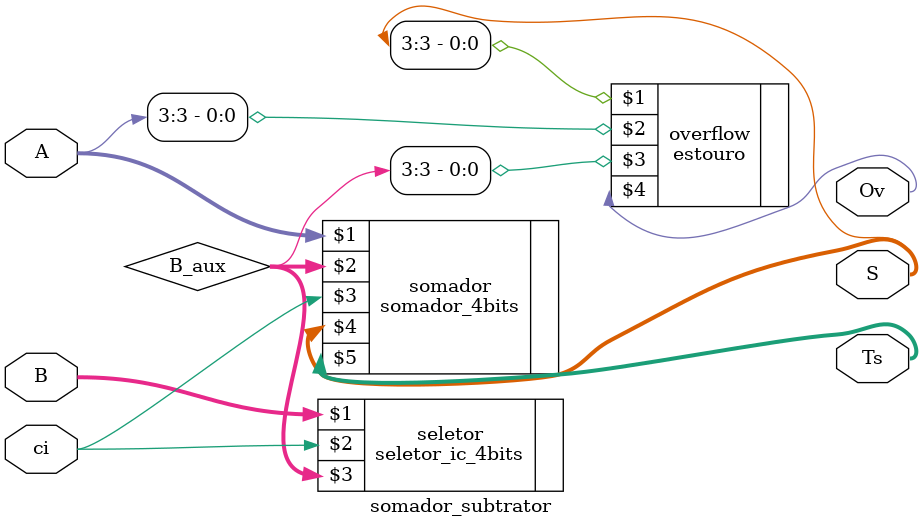
<source format=v>
module somador_subtrator
(
	input [3:0]A, B,
	input ci,
	output [3:0]S, Ts,
	output Ov
);
	
	wire [3:0]B_aux;
	seletor_ic_4bits seletor(B, ci, B_aux);
	somador_4bits somador(A, B_aux, ci, S, Ts);
	estouro overflow(S[3], A[3], B_aux[3], Ov);
	
endmodule 
	
</source>
